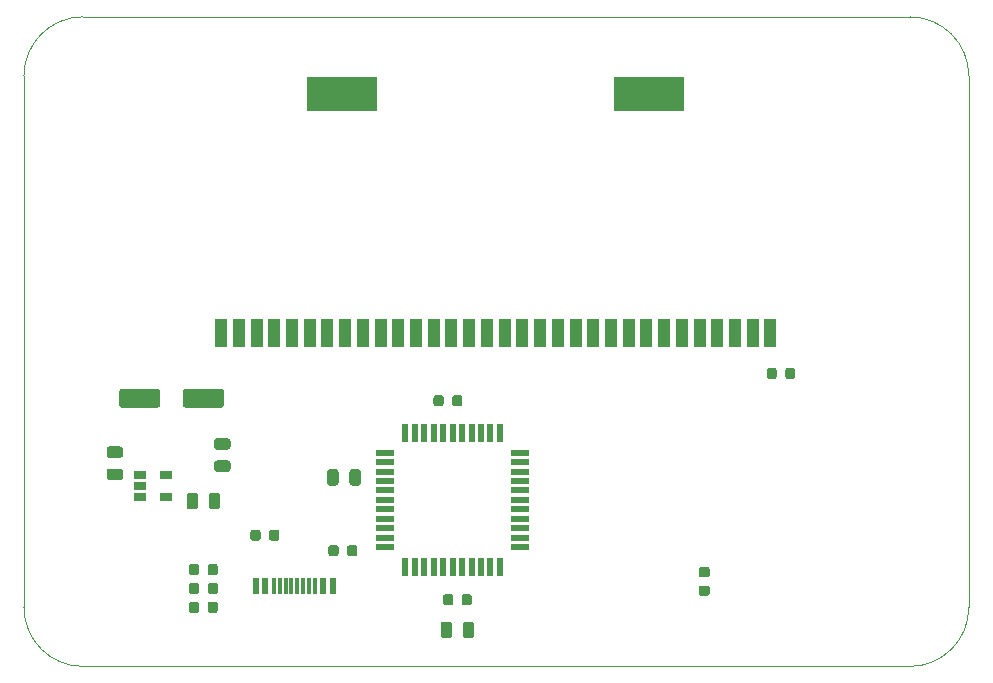
<source format=gbr>
%TF.GenerationSoftware,KiCad,Pcbnew,5.1.7-a382d34a8~87~ubuntu20.04.1*%
%TF.CreationDate,2020-10-04T21:32:38+03:00*%
%TF.ProjectId,GB-CARTPP-XC,47422d43-4152-4545-9050-2d58432e6b69,v1.2*%
%TF.SameCoordinates,Original*%
%TF.FileFunction,Paste,Top*%
%TF.FilePolarity,Positive*%
%FSLAX46Y46*%
G04 Gerber Fmt 4.6, Leading zero omitted, Abs format (unit mm)*
G04 Created by KiCad (PCBNEW 5.1.7-a382d34a8~87~ubuntu20.04.1) date 2020-10-04 21:32:38*
%MOMM*%
%LPD*%
G01*
G04 APERTURE LIST*
%TA.AperFunction,Profile*%
%ADD10C,0.050000*%
%TD*%
%ADD11R,1.060000X0.650000*%
%ADD12R,0.600000X1.450000*%
%ADD13R,0.300000X1.450000*%
%ADD14R,1.000000X2.400000*%
%ADD15R,6.000000X3.000000*%
%ADD16R,1.500000X0.550000*%
%ADD17R,0.550000X1.500000*%
G04 APERTURE END LIST*
D10*
X130000000Y-100000000D02*
G75*
G02*
X125000000Y-105000000I-5000000J0D01*
G01*
X55000000Y-105000000D02*
G75*
G02*
X50000000Y-100000000I0J5000000D01*
G01*
X50000000Y-55000000D02*
G75*
G02*
X55000000Y-50000000I5000000J0D01*
G01*
X125000000Y-50000000D02*
G75*
G02*
X130000000Y-55000000I0J-5000000D01*
G01*
X50000000Y-100000000D02*
X50000000Y-55000000D01*
X125000000Y-105000000D02*
X55000000Y-105000000D01*
X130000000Y-55000000D02*
X130000000Y-100000000D01*
X55000000Y-50000000D02*
X125000000Y-50000000D01*
D11*
%TO.C,U1*%
X62000000Y-88750000D03*
X62000000Y-90650000D03*
X59800000Y-90650000D03*
X59800000Y-89700000D03*
X59800000Y-88750000D03*
%TD*%
%TO.C,R4*%
G36*
G01*
X70050000Y-93643750D02*
X70050000Y-94156250D01*
G75*
G02*
X69831250Y-94375000I-218750J0D01*
G01*
X69393750Y-94375000D01*
G75*
G02*
X69175000Y-94156250I0J218750D01*
G01*
X69175000Y-93643750D01*
G75*
G02*
X69393750Y-93425000I218750J0D01*
G01*
X69831250Y-93425000D01*
G75*
G02*
X70050000Y-93643750I0J-218750D01*
G01*
G37*
G36*
G01*
X71625000Y-93643750D02*
X71625000Y-94156250D01*
G75*
G02*
X71406250Y-94375000I-218750J0D01*
G01*
X70968750Y-94375000D01*
G75*
G02*
X70750000Y-94156250I0J218750D01*
G01*
X70750000Y-93643750D01*
G75*
G02*
X70968750Y-93425000I218750J0D01*
G01*
X71406250Y-93425000D01*
G75*
G02*
X71625000Y-93643750I0J-218750D01*
G01*
G37*
%TD*%
%TO.C,R1*%
G36*
G01*
X77350000Y-95456250D02*
X77350000Y-94943750D01*
G75*
G02*
X77568750Y-94725000I218750J0D01*
G01*
X78006250Y-94725000D01*
G75*
G02*
X78225000Y-94943750I0J-218750D01*
G01*
X78225000Y-95456250D01*
G75*
G02*
X78006250Y-95675000I-218750J0D01*
G01*
X77568750Y-95675000D01*
G75*
G02*
X77350000Y-95456250I0J218750D01*
G01*
G37*
G36*
G01*
X75775000Y-95456250D02*
X75775000Y-94943750D01*
G75*
G02*
X75993750Y-94725000I218750J0D01*
G01*
X76431250Y-94725000D01*
G75*
G02*
X76650000Y-94943750I0J-218750D01*
G01*
X76650000Y-95456250D01*
G75*
G02*
X76431250Y-95675000I-218750J0D01*
G01*
X75993750Y-95675000D01*
G75*
G02*
X75775000Y-95456250I0J218750D01*
G01*
G37*
%TD*%
D12*
%TO.C,J1*%
X76150000Y-98155000D03*
X75350000Y-98155000D03*
X70450000Y-98155000D03*
X69650000Y-98155000D03*
X69650000Y-98155000D03*
X70450000Y-98155000D03*
X75350000Y-98155000D03*
X76150000Y-98155000D03*
D13*
X71150000Y-98155000D03*
X71650000Y-98155000D03*
X72150000Y-98155000D03*
X73150000Y-98155000D03*
X73650000Y-98155000D03*
X74150000Y-98155000D03*
X74650000Y-98155000D03*
X72650000Y-98155000D03*
%TD*%
%TO.C,FB1*%
G36*
G01*
X64850000Y-98143750D02*
X64850000Y-98656250D01*
G75*
G02*
X64631250Y-98875000I-218750J0D01*
G01*
X64193750Y-98875000D01*
G75*
G02*
X63975000Y-98656250I0J218750D01*
G01*
X63975000Y-98143750D01*
G75*
G02*
X64193750Y-97925000I218750J0D01*
G01*
X64631250Y-97925000D01*
G75*
G02*
X64850000Y-98143750I0J-218750D01*
G01*
G37*
G36*
G01*
X66425000Y-98143750D02*
X66425000Y-98656250D01*
G75*
G02*
X66206250Y-98875000I-218750J0D01*
G01*
X65768750Y-98875000D01*
G75*
G02*
X65550000Y-98656250I0J218750D01*
G01*
X65550000Y-98143750D01*
G75*
G02*
X65768750Y-97925000I218750J0D01*
G01*
X66206250Y-97925000D01*
G75*
G02*
X66425000Y-98143750I0J-218750D01*
G01*
G37*
%TD*%
%TO.C,C2*%
G36*
G01*
X65550000Y-100256250D02*
X65550000Y-99743750D01*
G75*
G02*
X65768750Y-99525000I218750J0D01*
G01*
X66206250Y-99525000D01*
G75*
G02*
X66425000Y-99743750I0J-218750D01*
G01*
X66425000Y-100256250D01*
G75*
G02*
X66206250Y-100475000I-218750J0D01*
G01*
X65768750Y-100475000D01*
G75*
G02*
X65550000Y-100256250I0J218750D01*
G01*
G37*
G36*
G01*
X63975000Y-100256250D02*
X63975000Y-99743750D01*
G75*
G02*
X64193750Y-99525000I218750J0D01*
G01*
X64631250Y-99525000D01*
G75*
G02*
X64850000Y-99743750I0J-218750D01*
G01*
X64850000Y-100256250D01*
G75*
G02*
X64631250Y-100475000I-218750J0D01*
G01*
X64193750Y-100475000D01*
G75*
G02*
X63975000Y-100256250I0J218750D01*
G01*
G37*
%TD*%
%TO.C,C1*%
G36*
G01*
X64850000Y-96543750D02*
X64850000Y-97056250D01*
G75*
G02*
X64631250Y-97275000I-218750J0D01*
G01*
X64193750Y-97275000D01*
G75*
G02*
X63975000Y-97056250I0J218750D01*
G01*
X63975000Y-96543750D01*
G75*
G02*
X64193750Y-96325000I218750J0D01*
G01*
X64631250Y-96325000D01*
G75*
G02*
X64850000Y-96543750I0J-218750D01*
G01*
G37*
G36*
G01*
X66425000Y-96543750D02*
X66425000Y-97056250D01*
G75*
G02*
X66206250Y-97275000I-218750J0D01*
G01*
X65768750Y-97275000D01*
G75*
G02*
X65550000Y-97056250I0J218750D01*
G01*
X65550000Y-96543750D01*
G75*
G02*
X65768750Y-96325000I218750J0D01*
G01*
X66206250Y-96325000D01*
G75*
G02*
X66425000Y-96543750I0J-218750D01*
G01*
G37*
%TD*%
%TO.C,C7*%
G36*
G01*
X61550000Y-81750000D02*
X61550000Y-82850000D01*
G75*
G02*
X61300000Y-83100000I-250000J0D01*
G01*
X58300000Y-83100000D01*
G75*
G02*
X58050000Y-82850000I0J250000D01*
G01*
X58050000Y-81750000D01*
G75*
G02*
X58300000Y-81500000I250000J0D01*
G01*
X61300000Y-81500000D01*
G75*
G02*
X61550000Y-81750000I0J-250000D01*
G01*
G37*
G36*
G01*
X66950000Y-81750000D02*
X66950000Y-82850000D01*
G75*
G02*
X66700000Y-83100000I-250000J0D01*
G01*
X63700000Y-83100000D01*
G75*
G02*
X63450000Y-82850000I0J250000D01*
G01*
X63450000Y-81750000D01*
G75*
G02*
X63700000Y-81500000I250000J0D01*
G01*
X66700000Y-81500000D01*
G75*
G02*
X66950000Y-81750000I0J-250000D01*
G01*
G37*
%TD*%
%TO.C,C5*%
G36*
G01*
X67256250Y-86650000D02*
X66343750Y-86650000D01*
G75*
G02*
X66100000Y-86406250I0J243750D01*
G01*
X66100000Y-85918750D01*
G75*
G02*
X66343750Y-85675000I243750J0D01*
G01*
X67256250Y-85675000D01*
G75*
G02*
X67500000Y-85918750I0J-243750D01*
G01*
X67500000Y-86406250D01*
G75*
G02*
X67256250Y-86650000I-243750J0D01*
G01*
G37*
G36*
G01*
X67256250Y-88525000D02*
X66343750Y-88525000D01*
G75*
G02*
X66100000Y-88281250I0J243750D01*
G01*
X66100000Y-87793750D01*
G75*
G02*
X66343750Y-87550000I243750J0D01*
G01*
X67256250Y-87550000D01*
G75*
G02*
X67500000Y-87793750I0J-243750D01*
G01*
X67500000Y-88281250D01*
G75*
G02*
X67256250Y-88525000I-243750J0D01*
G01*
G37*
%TD*%
%TO.C,C4*%
G36*
G01*
X58156250Y-87350000D02*
X57243750Y-87350000D01*
G75*
G02*
X57000000Y-87106250I0J243750D01*
G01*
X57000000Y-86618750D01*
G75*
G02*
X57243750Y-86375000I243750J0D01*
G01*
X58156250Y-86375000D01*
G75*
G02*
X58400000Y-86618750I0J-243750D01*
G01*
X58400000Y-87106250D01*
G75*
G02*
X58156250Y-87350000I-243750J0D01*
G01*
G37*
G36*
G01*
X58156250Y-89225000D02*
X57243750Y-89225000D01*
G75*
G02*
X57000000Y-88981250I0J243750D01*
G01*
X57000000Y-88493750D01*
G75*
G02*
X57243750Y-88250000I243750J0D01*
G01*
X58156250Y-88250000D01*
G75*
G02*
X58400000Y-88493750I0J-243750D01*
G01*
X58400000Y-88981250D01*
G75*
G02*
X58156250Y-89225000I-243750J0D01*
G01*
G37*
%TD*%
D14*
%TO.C,J3*%
X113200000Y-76750000D03*
X111700000Y-76750000D03*
X110200000Y-76750000D03*
X108700000Y-76750000D03*
X107200000Y-76750000D03*
X105700000Y-76750000D03*
X104200000Y-76750000D03*
X102700000Y-76750000D03*
X101200000Y-76750000D03*
X99700000Y-76750000D03*
X98200000Y-76750000D03*
X96700000Y-76750000D03*
X95200000Y-76750000D03*
X93700000Y-76750000D03*
X92200000Y-76750000D03*
X90700000Y-76750000D03*
X89200000Y-76750000D03*
X87700000Y-76750000D03*
X86200000Y-76750000D03*
X84700000Y-76750000D03*
X83200000Y-76750000D03*
X81700000Y-76750000D03*
X80200000Y-76750000D03*
X78700000Y-76750000D03*
X77200000Y-76750000D03*
X75700000Y-76750000D03*
X74200000Y-76750000D03*
X72700000Y-76750000D03*
X71200000Y-76750000D03*
X69700000Y-76750000D03*
X68200000Y-76750000D03*
D15*
X102950000Y-56550000D03*
X76950000Y-56550000D03*
D14*
X66700000Y-76750000D03*
%TD*%
%TO.C,C3*%
G36*
G01*
X76650000Y-88543750D02*
X76650000Y-89456250D01*
G75*
G02*
X76406250Y-89700000I-243750J0D01*
G01*
X75918750Y-89700000D01*
G75*
G02*
X75675000Y-89456250I0J243750D01*
G01*
X75675000Y-88543750D01*
G75*
G02*
X75918750Y-88300000I243750J0D01*
G01*
X76406250Y-88300000D01*
G75*
G02*
X76650000Y-88543750I0J-243750D01*
G01*
G37*
G36*
G01*
X78525000Y-88543750D02*
X78525000Y-89456250D01*
G75*
G02*
X78281250Y-89700000I-243750J0D01*
G01*
X77793750Y-89700000D01*
G75*
G02*
X77550000Y-89456250I0J243750D01*
G01*
X77550000Y-88543750D01*
G75*
G02*
X77793750Y-88300000I243750J0D01*
G01*
X78281250Y-88300000D01*
G75*
G02*
X78525000Y-88543750I0J-243750D01*
G01*
G37*
%TD*%
D16*
%TO.C,U2*%
X80600000Y-94900000D03*
X80600000Y-94100000D03*
X80600000Y-93300000D03*
X80600000Y-92500000D03*
X80600000Y-91700000D03*
X80600000Y-90900000D03*
X80600000Y-90100000D03*
X80600000Y-89300000D03*
X80600000Y-88500000D03*
X80600000Y-87700000D03*
X80600000Y-86900000D03*
D17*
X82300000Y-85200000D03*
X83100000Y-85200000D03*
X83900000Y-85200000D03*
X84700000Y-85200000D03*
X85500000Y-85200000D03*
X86300000Y-85200000D03*
X87100000Y-85200000D03*
X87900000Y-85200000D03*
X88700000Y-85200000D03*
X89500000Y-85200000D03*
X90300000Y-85200000D03*
D16*
X92000000Y-86900000D03*
X92000000Y-87700000D03*
X92000000Y-88500000D03*
X92000000Y-89300000D03*
X92000000Y-90100000D03*
X92000000Y-90900000D03*
X92000000Y-91700000D03*
X92000000Y-92500000D03*
X92000000Y-93300000D03*
X92000000Y-94100000D03*
X92000000Y-94900000D03*
D17*
X90300000Y-96600000D03*
X89500000Y-96600000D03*
X88700000Y-96600000D03*
X87900000Y-96600000D03*
X87100000Y-96600000D03*
X86300000Y-96600000D03*
X85500000Y-96600000D03*
X84700000Y-96600000D03*
X83900000Y-96600000D03*
X83100000Y-96600000D03*
X82300000Y-96600000D03*
%TD*%
%TO.C,R3*%
G36*
G01*
X113750000Y-79943750D02*
X113750000Y-80456250D01*
G75*
G02*
X113531250Y-80675000I-218750J0D01*
G01*
X113093750Y-80675000D01*
G75*
G02*
X112875000Y-80456250I0J218750D01*
G01*
X112875000Y-79943750D01*
G75*
G02*
X113093750Y-79725000I218750J0D01*
G01*
X113531250Y-79725000D01*
G75*
G02*
X113750000Y-79943750I0J-218750D01*
G01*
G37*
G36*
G01*
X115325000Y-79943750D02*
X115325000Y-80456250D01*
G75*
G02*
X115106250Y-80675000I-218750J0D01*
G01*
X114668750Y-80675000D01*
G75*
G02*
X114450000Y-80456250I0J218750D01*
G01*
X114450000Y-79943750D01*
G75*
G02*
X114668750Y-79725000I218750J0D01*
G01*
X115106250Y-79725000D01*
G75*
G02*
X115325000Y-79943750I0J-218750D01*
G01*
G37*
%TD*%
%TO.C,R2*%
G36*
G01*
X107343750Y-98150000D02*
X107856250Y-98150000D01*
G75*
G02*
X108075000Y-98368750I0J-218750D01*
G01*
X108075000Y-98806250D01*
G75*
G02*
X107856250Y-99025000I-218750J0D01*
G01*
X107343750Y-99025000D01*
G75*
G02*
X107125000Y-98806250I0J218750D01*
G01*
X107125000Y-98368750D01*
G75*
G02*
X107343750Y-98150000I218750J0D01*
G01*
G37*
G36*
G01*
X107343750Y-96575000D02*
X107856250Y-96575000D01*
G75*
G02*
X108075000Y-96793750I0J-218750D01*
G01*
X108075000Y-97231250D01*
G75*
G02*
X107856250Y-97450000I-218750J0D01*
G01*
X107343750Y-97450000D01*
G75*
G02*
X107125000Y-97231250I0J218750D01*
G01*
X107125000Y-96793750D01*
G75*
G02*
X107343750Y-96575000I218750J0D01*
G01*
G37*
%TD*%
%TO.C,C10*%
G36*
G01*
X85550000Y-82243750D02*
X85550000Y-82756250D01*
G75*
G02*
X85331250Y-82975000I-218750J0D01*
G01*
X84893750Y-82975000D01*
G75*
G02*
X84675000Y-82756250I0J218750D01*
G01*
X84675000Y-82243750D01*
G75*
G02*
X84893750Y-82025000I218750J0D01*
G01*
X85331250Y-82025000D01*
G75*
G02*
X85550000Y-82243750I0J-218750D01*
G01*
G37*
G36*
G01*
X87125000Y-82243750D02*
X87125000Y-82756250D01*
G75*
G02*
X86906250Y-82975000I-218750J0D01*
G01*
X86468750Y-82975000D01*
G75*
G02*
X86250000Y-82756250I0J218750D01*
G01*
X86250000Y-82243750D01*
G75*
G02*
X86468750Y-82025000I218750J0D01*
G01*
X86906250Y-82025000D01*
G75*
G02*
X87125000Y-82243750I0J-218750D01*
G01*
G37*
%TD*%
%TO.C,C9*%
G36*
G01*
X86350000Y-99093750D02*
X86350000Y-99606250D01*
G75*
G02*
X86131250Y-99825000I-218750J0D01*
G01*
X85693750Y-99825000D01*
G75*
G02*
X85475000Y-99606250I0J218750D01*
G01*
X85475000Y-99093750D01*
G75*
G02*
X85693750Y-98875000I218750J0D01*
G01*
X86131250Y-98875000D01*
G75*
G02*
X86350000Y-99093750I0J-218750D01*
G01*
G37*
G36*
G01*
X87925000Y-99093750D02*
X87925000Y-99606250D01*
G75*
G02*
X87706250Y-99825000I-218750J0D01*
G01*
X87268750Y-99825000D01*
G75*
G02*
X87050000Y-99606250I0J218750D01*
G01*
X87050000Y-99093750D01*
G75*
G02*
X87268750Y-98875000I218750J0D01*
G01*
X87706250Y-98875000D01*
G75*
G02*
X87925000Y-99093750I0J-218750D01*
G01*
G37*
%TD*%
%TO.C,C8*%
G36*
G01*
X86250000Y-101443750D02*
X86250000Y-102356250D01*
G75*
G02*
X86006250Y-102600000I-243750J0D01*
G01*
X85518750Y-102600000D01*
G75*
G02*
X85275000Y-102356250I0J243750D01*
G01*
X85275000Y-101443750D01*
G75*
G02*
X85518750Y-101200000I243750J0D01*
G01*
X86006250Y-101200000D01*
G75*
G02*
X86250000Y-101443750I0J-243750D01*
G01*
G37*
G36*
G01*
X88125000Y-101443750D02*
X88125000Y-102356250D01*
G75*
G02*
X87881250Y-102600000I-243750J0D01*
G01*
X87393750Y-102600000D01*
G75*
G02*
X87150000Y-102356250I0J243750D01*
G01*
X87150000Y-101443750D01*
G75*
G02*
X87393750Y-101200000I243750J0D01*
G01*
X87881250Y-101200000D01*
G75*
G02*
X88125000Y-101443750I0J-243750D01*
G01*
G37*
%TD*%
%TO.C,C6*%
G36*
G01*
X65650000Y-91456250D02*
X65650000Y-90543750D01*
G75*
G02*
X65893750Y-90300000I243750J0D01*
G01*
X66381250Y-90300000D01*
G75*
G02*
X66625000Y-90543750I0J-243750D01*
G01*
X66625000Y-91456250D01*
G75*
G02*
X66381250Y-91700000I-243750J0D01*
G01*
X65893750Y-91700000D01*
G75*
G02*
X65650000Y-91456250I0J243750D01*
G01*
G37*
G36*
G01*
X63775000Y-91456250D02*
X63775000Y-90543750D01*
G75*
G02*
X64018750Y-90300000I243750J0D01*
G01*
X64506250Y-90300000D01*
G75*
G02*
X64750000Y-90543750I0J-243750D01*
G01*
X64750000Y-91456250D01*
G75*
G02*
X64506250Y-91700000I-243750J0D01*
G01*
X64018750Y-91700000D01*
G75*
G02*
X63775000Y-91456250I0J243750D01*
G01*
G37*
%TD*%
M02*

</source>
